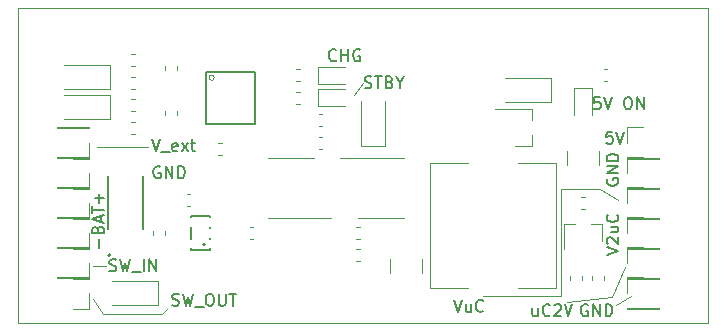
<source format=gbr>
%TF.GenerationSoftware,KiCad,Pcbnew,(5.1.6)-1*%
%TF.CreationDate,2020-12-16T00:39:39+01:00*%
%TF.ProjectId,02_Batt_Alim,30325f42-6174-4745-9f41-6c696d2e6b69,rev?*%
%TF.SameCoordinates,Original*%
%TF.FileFunction,Legend,Top*%
%TF.FilePolarity,Positive*%
%FSLAX46Y46*%
G04 Gerber Fmt 4.6, Leading zero omitted, Abs format (unit mm)*
G04 Created by KiCad (PCBNEW (5.1.6)-1) date 2020-12-16 00:39:39*
%MOMM*%
%LPD*%
G01*
G04 APERTURE LIST*
%ADD10C,0.150000*%
%ADD11C,0.120000*%
%TA.AperFunction,Profile*%
%ADD12C,0.050000*%
%TD*%
%ADD13C,0.127000*%
%ADD14C,0.100000*%
%ADD15C,0.152400*%
%ADD16C,0.200000*%
G04 APERTURE END LIST*
D10*
X148748952Y-62190380D02*
X148272761Y-62190380D01*
X148225142Y-62666571D01*
X148272761Y-62618952D01*
X148368000Y-62571333D01*
X148606095Y-62571333D01*
X148701333Y-62618952D01*
X148748952Y-62666571D01*
X148796571Y-62761809D01*
X148796571Y-62999904D01*
X148748952Y-63095142D01*
X148701333Y-63142761D01*
X148606095Y-63190380D01*
X148368000Y-63190380D01*
X148272761Y-63142761D01*
X148225142Y-63095142D01*
X149082285Y-62190380D02*
X149415619Y-63190380D01*
X149748952Y-62190380D01*
X151034666Y-62190380D02*
X151225142Y-62190380D01*
X151320380Y-62238000D01*
X151415619Y-62333238D01*
X151463238Y-62523714D01*
X151463238Y-62857047D01*
X151415619Y-63047523D01*
X151320380Y-63142761D01*
X151225142Y-63190380D01*
X151034666Y-63190380D01*
X150939428Y-63142761D01*
X150844190Y-63047523D01*
X150796571Y-62857047D01*
X150796571Y-62523714D01*
X150844190Y-62333238D01*
X150939428Y-62238000D01*
X151034666Y-62190380D01*
X151891809Y-63190380D02*
X151891809Y-62190380D01*
X152463238Y-63190380D01*
X152463238Y-62190380D01*
D11*
X128651000Y-60960000D02*
X127889000Y-61976000D01*
D10*
X128833761Y-61364761D02*
X128976619Y-61412380D01*
X129214714Y-61412380D01*
X129309952Y-61364761D01*
X129357571Y-61317142D01*
X129405190Y-61221904D01*
X129405190Y-61126666D01*
X129357571Y-61031428D01*
X129309952Y-60983809D01*
X129214714Y-60936190D01*
X129024238Y-60888571D01*
X128929000Y-60840952D01*
X128881380Y-60793333D01*
X128833761Y-60698095D01*
X128833761Y-60602857D01*
X128881380Y-60507619D01*
X128929000Y-60460000D01*
X129024238Y-60412380D01*
X129262333Y-60412380D01*
X129405190Y-60460000D01*
X129690904Y-60412380D02*
X130262333Y-60412380D01*
X129976619Y-61412380D02*
X129976619Y-60412380D01*
X130929000Y-60888571D02*
X131071857Y-60936190D01*
X131119476Y-60983809D01*
X131167095Y-61079047D01*
X131167095Y-61221904D01*
X131119476Y-61317142D01*
X131071857Y-61364761D01*
X130976619Y-61412380D01*
X130595666Y-61412380D01*
X130595666Y-60412380D01*
X130929000Y-60412380D01*
X131024238Y-60460000D01*
X131071857Y-60507619D01*
X131119476Y-60602857D01*
X131119476Y-60698095D01*
X131071857Y-60793333D01*
X131024238Y-60840952D01*
X130929000Y-60888571D01*
X130595666Y-60888571D01*
X131786142Y-60936190D02*
X131786142Y-61412380D01*
X131452809Y-60412380D02*
X131786142Y-60936190D01*
X132119476Y-60412380D01*
X126412714Y-59031142D02*
X126365095Y-59078761D01*
X126222238Y-59126380D01*
X126127000Y-59126380D01*
X125984142Y-59078761D01*
X125888904Y-58983523D01*
X125841285Y-58888285D01*
X125793666Y-58697809D01*
X125793666Y-58554952D01*
X125841285Y-58364476D01*
X125888904Y-58269238D01*
X125984142Y-58174000D01*
X126127000Y-58126380D01*
X126222238Y-58126380D01*
X126365095Y-58174000D01*
X126412714Y-58221619D01*
X126841285Y-59126380D02*
X126841285Y-58126380D01*
X126841285Y-58602571D02*
X127412714Y-58602571D01*
X127412714Y-59126380D02*
X127412714Y-58126380D01*
X128412714Y-58174000D02*
X128317476Y-58126380D01*
X128174619Y-58126380D01*
X128031761Y-58174000D01*
X127936523Y-58269238D01*
X127888904Y-58364476D01*
X127841285Y-58554952D01*
X127841285Y-58697809D01*
X127888904Y-58888285D01*
X127936523Y-58983523D01*
X128031761Y-59078761D01*
X128174619Y-59126380D01*
X128269857Y-59126380D01*
X128412714Y-59078761D01*
X128460333Y-59031142D01*
X128460333Y-58697809D01*
X128269857Y-58697809D01*
D11*
X149733000Y-79121000D02*
X150876000Y-76581000D01*
X145923000Y-79502000D02*
X149733000Y-79121000D01*
X150114000Y-79756000D02*
X151384000Y-78994000D01*
X148717000Y-69977000D02*
X150241000Y-70866000D01*
X145415000Y-69977000D02*
X148717000Y-69977000D01*
X145415000Y-78994000D02*
X145415000Y-69977000D01*
X138811000Y-78994000D02*
X145415000Y-78994000D01*
X105791000Y-76454000D02*
X106934000Y-76454000D01*
X111633000Y-80518000D02*
X112141000Y-80010000D01*
X106680000Y-80518000D02*
X111633000Y-80518000D01*
X105791000Y-79248000D02*
X106680000Y-80518000D01*
X110490000Y-66421000D02*
X106172000Y-66421000D01*
D10*
X149312380Y-75548904D02*
X150312380Y-75215571D01*
X149312380Y-74882238D01*
X149407619Y-74596523D02*
X149360000Y-74548904D01*
X149312380Y-74453666D01*
X149312380Y-74215571D01*
X149360000Y-74120333D01*
X149407619Y-74072714D01*
X149502857Y-74025095D01*
X149598095Y-74025095D01*
X149740952Y-74072714D01*
X150312380Y-74644142D01*
X150312380Y-74025095D01*
X149645714Y-73167952D02*
X150312380Y-73167952D01*
X149645714Y-73596523D02*
X150169523Y-73596523D01*
X150264761Y-73548904D01*
X150312380Y-73453666D01*
X150312380Y-73310809D01*
X150264761Y-73215571D01*
X150217142Y-73167952D01*
X150217142Y-72120333D02*
X150264761Y-72167952D01*
X150312380Y-72310809D01*
X150312380Y-72406047D01*
X150264761Y-72548904D01*
X150169523Y-72644142D01*
X150074285Y-72691761D01*
X149883809Y-72739380D01*
X149740952Y-72739380D01*
X149550476Y-72691761D01*
X149455238Y-72644142D01*
X149360000Y-72548904D01*
X149312380Y-72406047D01*
X149312380Y-72310809D01*
X149360000Y-72167952D01*
X149407619Y-72120333D01*
X143462523Y-80049714D02*
X143462523Y-80716380D01*
X143033952Y-80049714D02*
X143033952Y-80573523D01*
X143081571Y-80668761D01*
X143176809Y-80716380D01*
X143319666Y-80716380D01*
X143414904Y-80668761D01*
X143462523Y-80621142D01*
X144510142Y-80621142D02*
X144462523Y-80668761D01*
X144319666Y-80716380D01*
X144224428Y-80716380D01*
X144081571Y-80668761D01*
X143986333Y-80573523D01*
X143938714Y-80478285D01*
X143891095Y-80287809D01*
X143891095Y-80144952D01*
X143938714Y-79954476D01*
X143986333Y-79859238D01*
X144081571Y-79764000D01*
X144224428Y-79716380D01*
X144319666Y-79716380D01*
X144462523Y-79764000D01*
X144510142Y-79811619D01*
X144891095Y-79811619D02*
X144938714Y-79764000D01*
X145033952Y-79716380D01*
X145272047Y-79716380D01*
X145367285Y-79764000D01*
X145414904Y-79811619D01*
X145462523Y-79906857D01*
X145462523Y-80002095D01*
X145414904Y-80144952D01*
X144843476Y-80716380D01*
X145462523Y-80716380D01*
X145748238Y-79716380D02*
X146081571Y-80716380D01*
X146414904Y-79716380D01*
X147701095Y-79764000D02*
X147605857Y-79716380D01*
X147463000Y-79716380D01*
X147320142Y-79764000D01*
X147224904Y-79859238D01*
X147177285Y-79954476D01*
X147129666Y-80144952D01*
X147129666Y-80287809D01*
X147177285Y-80478285D01*
X147224904Y-80573523D01*
X147320142Y-80668761D01*
X147463000Y-80716380D01*
X147558238Y-80716380D01*
X147701095Y-80668761D01*
X147748714Y-80621142D01*
X147748714Y-80287809D01*
X147558238Y-80287809D01*
X148177285Y-80716380D02*
X148177285Y-79716380D01*
X148748714Y-80716380D01*
X148748714Y-79716380D01*
X149224904Y-80716380D02*
X149224904Y-79716380D01*
X149463000Y-79716380D01*
X149605857Y-79764000D01*
X149701095Y-79859238D01*
X149748714Y-79954476D01*
X149796333Y-80144952D01*
X149796333Y-80287809D01*
X149748714Y-80478285D01*
X149701095Y-80573523D01*
X149605857Y-80668761D01*
X149463000Y-80716380D01*
X149224904Y-80716380D01*
X136382285Y-79335380D02*
X136715619Y-80335380D01*
X137048952Y-79335380D01*
X137810857Y-79668714D02*
X137810857Y-80335380D01*
X137382285Y-79668714D02*
X137382285Y-80192523D01*
X137429904Y-80287761D01*
X137525142Y-80335380D01*
X137668000Y-80335380D01*
X137763238Y-80287761D01*
X137810857Y-80240142D01*
X138858476Y-80240142D02*
X138810857Y-80287761D01*
X138668000Y-80335380D01*
X138572761Y-80335380D01*
X138429904Y-80287761D01*
X138334666Y-80192523D01*
X138287047Y-80097285D01*
X138239428Y-79906809D01*
X138239428Y-79763952D01*
X138287047Y-79573476D01*
X138334666Y-79478238D01*
X138429904Y-79383000D01*
X138572761Y-79335380D01*
X138668000Y-79335380D01*
X138810857Y-79383000D01*
X138858476Y-79430619D01*
X149360000Y-69087904D02*
X149312380Y-69183142D01*
X149312380Y-69326000D01*
X149360000Y-69468857D01*
X149455238Y-69564095D01*
X149550476Y-69611714D01*
X149740952Y-69659333D01*
X149883809Y-69659333D01*
X150074285Y-69611714D01*
X150169523Y-69564095D01*
X150264761Y-69468857D01*
X150312380Y-69326000D01*
X150312380Y-69230761D01*
X150264761Y-69087904D01*
X150217142Y-69040285D01*
X149883809Y-69040285D01*
X149883809Y-69230761D01*
X150312380Y-68611714D02*
X149312380Y-68611714D01*
X150312380Y-68040285D01*
X149312380Y-68040285D01*
X150312380Y-67564095D02*
X149312380Y-67564095D01*
X149312380Y-67326000D01*
X149360000Y-67183142D01*
X149455238Y-67087904D01*
X149550476Y-67040285D01*
X149740952Y-66992666D01*
X149883809Y-66992666D01*
X150074285Y-67040285D01*
X150169523Y-67087904D01*
X150264761Y-67183142D01*
X150312380Y-67326000D01*
X150312380Y-67564095D01*
X149796523Y-65111380D02*
X149320333Y-65111380D01*
X149272714Y-65587571D01*
X149320333Y-65539952D01*
X149415571Y-65492333D01*
X149653666Y-65492333D01*
X149748904Y-65539952D01*
X149796523Y-65587571D01*
X149844142Y-65682809D01*
X149844142Y-65920904D01*
X149796523Y-66016142D01*
X149748904Y-66063761D01*
X149653666Y-66111380D01*
X149415571Y-66111380D01*
X149320333Y-66063761D01*
X149272714Y-66016142D01*
X150129857Y-65111380D02*
X150463190Y-66111380D01*
X150796523Y-65111380D01*
X112522333Y-79779761D02*
X112665190Y-79827380D01*
X112903285Y-79827380D01*
X112998523Y-79779761D01*
X113046142Y-79732142D01*
X113093761Y-79636904D01*
X113093761Y-79541666D01*
X113046142Y-79446428D01*
X112998523Y-79398809D01*
X112903285Y-79351190D01*
X112712809Y-79303571D01*
X112617571Y-79255952D01*
X112569952Y-79208333D01*
X112522333Y-79113095D01*
X112522333Y-79017857D01*
X112569952Y-78922619D01*
X112617571Y-78875000D01*
X112712809Y-78827380D01*
X112950904Y-78827380D01*
X113093761Y-78875000D01*
X113427095Y-78827380D02*
X113665190Y-79827380D01*
X113855666Y-79113095D01*
X114046142Y-79827380D01*
X114284238Y-78827380D01*
X114427095Y-79922619D02*
X115189000Y-79922619D01*
X115617571Y-78827380D02*
X115808047Y-78827380D01*
X115903285Y-78875000D01*
X115998523Y-78970238D01*
X116046142Y-79160714D01*
X116046142Y-79494047D01*
X115998523Y-79684523D01*
X115903285Y-79779761D01*
X115808047Y-79827380D01*
X115617571Y-79827380D01*
X115522333Y-79779761D01*
X115427095Y-79684523D01*
X115379476Y-79494047D01*
X115379476Y-79160714D01*
X115427095Y-78970238D01*
X115522333Y-78875000D01*
X115617571Y-78827380D01*
X116474714Y-78827380D02*
X116474714Y-79636904D01*
X116522333Y-79732142D01*
X116569952Y-79779761D01*
X116665190Y-79827380D01*
X116855666Y-79827380D01*
X116950904Y-79779761D01*
X116998523Y-79732142D01*
X117046142Y-79636904D01*
X117046142Y-78827380D01*
X117379476Y-78827380D02*
X117950904Y-78827380D01*
X117665190Y-79827380D02*
X117665190Y-78827380D01*
X107220000Y-76858761D02*
X107362857Y-76906380D01*
X107600952Y-76906380D01*
X107696190Y-76858761D01*
X107743809Y-76811142D01*
X107791428Y-76715904D01*
X107791428Y-76620666D01*
X107743809Y-76525428D01*
X107696190Y-76477809D01*
X107600952Y-76430190D01*
X107410476Y-76382571D01*
X107315238Y-76334952D01*
X107267619Y-76287333D01*
X107220000Y-76192095D01*
X107220000Y-76096857D01*
X107267619Y-76001619D01*
X107315238Y-75954000D01*
X107410476Y-75906380D01*
X107648571Y-75906380D01*
X107791428Y-75954000D01*
X108124761Y-75906380D02*
X108362857Y-76906380D01*
X108553333Y-76192095D01*
X108743809Y-76906380D01*
X108981904Y-75906380D01*
X109124761Y-77001619D02*
X109886666Y-77001619D01*
X110124761Y-76906380D02*
X110124761Y-75906380D01*
X110600952Y-76906380D02*
X110600952Y-75906380D01*
X111172380Y-76906380D01*
X111172380Y-75906380D01*
X106370428Y-74953523D02*
X106370428Y-74191619D01*
X106227571Y-73382095D02*
X106275190Y-73239238D01*
X106322809Y-73191619D01*
X106418047Y-73144000D01*
X106560904Y-73144000D01*
X106656142Y-73191619D01*
X106703761Y-73239238D01*
X106751380Y-73334476D01*
X106751380Y-73715428D01*
X105751380Y-73715428D01*
X105751380Y-73382095D01*
X105799000Y-73286857D01*
X105846619Y-73239238D01*
X105941857Y-73191619D01*
X106037095Y-73191619D01*
X106132333Y-73239238D01*
X106179952Y-73286857D01*
X106227571Y-73382095D01*
X106227571Y-73715428D01*
X106465666Y-72763047D02*
X106465666Y-72286857D01*
X106751380Y-72858285D02*
X105751380Y-72524952D01*
X106751380Y-72191619D01*
X105751380Y-72001142D02*
X105751380Y-71429714D01*
X106751380Y-71715428D02*
X105751380Y-71715428D01*
X106370428Y-71096380D02*
X106370428Y-70334476D01*
X106751380Y-70715428D02*
X105989476Y-70715428D01*
X111506095Y-68080000D02*
X111410857Y-68032380D01*
X111268000Y-68032380D01*
X111125142Y-68080000D01*
X111029904Y-68175238D01*
X110982285Y-68270476D01*
X110934666Y-68460952D01*
X110934666Y-68603809D01*
X110982285Y-68794285D01*
X111029904Y-68889523D01*
X111125142Y-68984761D01*
X111268000Y-69032380D01*
X111363238Y-69032380D01*
X111506095Y-68984761D01*
X111553714Y-68937142D01*
X111553714Y-68603809D01*
X111363238Y-68603809D01*
X111982285Y-69032380D02*
X111982285Y-68032380D01*
X112553714Y-69032380D01*
X112553714Y-68032380D01*
X113029904Y-69032380D02*
X113029904Y-68032380D01*
X113268000Y-68032380D01*
X113410857Y-68080000D01*
X113506095Y-68175238D01*
X113553714Y-68270476D01*
X113601333Y-68460952D01*
X113601333Y-68603809D01*
X113553714Y-68794285D01*
X113506095Y-68889523D01*
X113410857Y-68984761D01*
X113268000Y-69032380D01*
X113029904Y-69032380D01*
X110815666Y-65746380D02*
X111149000Y-66746380D01*
X111482333Y-65746380D01*
X111577571Y-66841619D02*
X112339476Y-66841619D01*
X112958523Y-66698761D02*
X112863285Y-66746380D01*
X112672809Y-66746380D01*
X112577571Y-66698761D01*
X112529952Y-66603523D01*
X112529952Y-66222571D01*
X112577571Y-66127333D01*
X112672809Y-66079714D01*
X112863285Y-66079714D01*
X112958523Y-66127333D01*
X113006142Y-66222571D01*
X113006142Y-66317809D01*
X112529952Y-66413047D01*
X113339476Y-66746380D02*
X113863285Y-66079714D01*
X113339476Y-66079714D02*
X113863285Y-66746380D01*
X114101380Y-66079714D02*
X114482333Y-66079714D01*
X114244238Y-65746380D02*
X114244238Y-66603523D01*
X114291857Y-66698761D01*
X114387095Y-66746380D01*
X114482333Y-66746380D01*
D12*
X99441000Y-54610000D02*
X99441000Y-81280000D01*
X157861000Y-54610000D02*
X99441000Y-54610000D01*
X157861000Y-81280000D02*
X157861000Y-54610000D01*
X99441000Y-81280000D02*
X157861000Y-81280000D01*
D11*
%TO.C,J8*%
X151070000Y-77410000D02*
X152400000Y-77410000D01*
X151070000Y-78740000D02*
X151070000Y-77410000D01*
X151070000Y-80010000D02*
X153730000Y-80010000D01*
X153730000Y-80010000D02*
X153730000Y-80070000D01*
X151070000Y-80010000D02*
X151070000Y-80070000D01*
X151070000Y-80070000D02*
X153730000Y-80070000D01*
%TO.C,J11*%
X105470000Y-80070000D02*
X104140000Y-80070000D01*
X105470000Y-78740000D02*
X105470000Y-80070000D01*
X105470000Y-77470000D02*
X102810000Y-77470000D01*
X102810000Y-77470000D02*
X102810000Y-77410000D01*
X105470000Y-77470000D02*
X105470000Y-77410000D01*
X105470000Y-77410000D02*
X102810000Y-77410000D01*
%TO.C,R17*%
X119090221Y-74170000D02*
X119415779Y-74170000D01*
X119090221Y-73150000D02*
X119415779Y-73150000D01*
%TO.C,C1*%
X112905000Y-63662779D02*
X112905000Y-63337221D01*
X111885000Y-63662779D02*
X111885000Y-63337221D01*
%TO.C,C2*%
X116423221Y-67058000D02*
X116748779Y-67058000D01*
X116423221Y-66038000D02*
X116748779Y-66038000D01*
%TO.C,C3*%
X145960000Y-66707936D02*
X145960000Y-67912064D01*
X148680000Y-66707936D02*
X148680000Y-67912064D01*
%TO.C,C4*%
X133694000Y-77056064D02*
X133694000Y-75851936D01*
X130974000Y-77056064D02*
X130974000Y-75851936D01*
%TO.C,C5*%
X110869000Y-73497221D02*
X110869000Y-73822779D01*
X111889000Y-73497221D02*
X111889000Y-73822779D01*
%TO.C,D2*%
X124880000Y-61060000D02*
X127165000Y-61060000D01*
X124880000Y-59590000D02*
X124880000Y-61060000D01*
X127165000Y-59590000D02*
X124880000Y-59590000D01*
%TO.C,D3*%
X124880000Y-62965000D02*
X127165000Y-62965000D01*
X124880000Y-61495000D02*
X124880000Y-62965000D01*
X127165000Y-61495000D02*
X124880000Y-61495000D01*
%TO.C,D6*%
X146585000Y-61380000D02*
X146585000Y-63665000D01*
X148055000Y-61380000D02*
X146585000Y-61380000D01*
X148055000Y-63665000D02*
X148055000Y-61380000D01*
D13*
%TO.C,IC1*%
X115375000Y-60030000D02*
X115375000Y-64430000D01*
X115375000Y-64430000D02*
X119575000Y-64430000D01*
X119575000Y-64430000D02*
X119575000Y-60030000D01*
X119575000Y-60030000D02*
X115375000Y-60030000D01*
D14*
X116098606Y-60530000D02*
G75*
G03*
X116098606Y-60530000I-223606J0D01*
G01*
D15*
%TO.C,IC2*%
X114125000Y-72238000D02*
X115745000Y-72238000D01*
X115745000Y-75082000D02*
X114125000Y-75082000D01*
X114125000Y-74182000D02*
X114125000Y-73138000D01*
X115745000Y-74088000D02*
X115745000Y-74182000D01*
X115745000Y-73138000D02*
X115745000Y-73232000D01*
X115745000Y-74988000D02*
X115745000Y-75082000D01*
X115745000Y-72238000D02*
X115745000Y-72332000D01*
X114125000Y-72332000D02*
X114125000Y-72238000D01*
X114125000Y-75082000D02*
X114125000Y-74988000D01*
D13*
X115335000Y-74660000D02*
G75*
G03*
X115335000Y-74660000I-100000J0D01*
G01*
D11*
%TO.C,J1*%
X105470000Y-67370000D02*
X104140000Y-67370000D01*
X105470000Y-66040000D02*
X105470000Y-67370000D01*
X105470000Y-64770000D02*
X102810000Y-64770000D01*
X102810000Y-64770000D02*
X102810000Y-64710000D01*
X105470000Y-64770000D02*
X105470000Y-64710000D01*
X105470000Y-64710000D02*
X102810000Y-64710000D01*
%TO.C,J2*%
X105470000Y-69910000D02*
X104140000Y-69910000D01*
X105470000Y-68580000D02*
X105470000Y-69910000D01*
X105470000Y-67310000D02*
X102810000Y-67310000D01*
X102810000Y-67310000D02*
X102810000Y-67250000D01*
X105470000Y-67310000D02*
X105470000Y-67250000D01*
X105470000Y-67250000D02*
X102810000Y-67250000D01*
%TO.C,J3*%
X151070000Y-64710000D02*
X152400000Y-64710000D01*
X151070000Y-66040000D02*
X151070000Y-64710000D01*
X151070000Y-67310000D02*
X153730000Y-67310000D01*
X153730000Y-67310000D02*
X153730000Y-67370000D01*
X151070000Y-67310000D02*
X151070000Y-67370000D01*
X151070000Y-67370000D02*
X153730000Y-67370000D01*
%TO.C,J4*%
X151070000Y-67250000D02*
X152400000Y-67250000D01*
X151070000Y-68580000D02*
X151070000Y-67250000D01*
X151070000Y-69850000D02*
X153730000Y-69850000D01*
X153730000Y-69850000D02*
X153730000Y-69910000D01*
X151070000Y-69850000D02*
X151070000Y-69910000D01*
X151070000Y-69910000D02*
X153730000Y-69910000D01*
%TO.C,J5*%
X151070000Y-69790000D02*
X152400000Y-69790000D01*
X151070000Y-71120000D02*
X151070000Y-69790000D01*
X151070000Y-72390000D02*
X153730000Y-72390000D01*
X153730000Y-72390000D02*
X153730000Y-72450000D01*
X151070000Y-72390000D02*
X151070000Y-72450000D01*
X151070000Y-72450000D02*
X153730000Y-72450000D01*
%TO.C,J6*%
X151070000Y-72330000D02*
X152400000Y-72330000D01*
X151070000Y-73660000D02*
X151070000Y-72330000D01*
X151070000Y-74930000D02*
X153730000Y-74930000D01*
X153730000Y-74930000D02*
X153730000Y-74990000D01*
X151070000Y-74930000D02*
X151070000Y-74990000D01*
X151070000Y-74990000D02*
X153730000Y-74990000D01*
%TO.C,J7*%
X151070000Y-74870000D02*
X152400000Y-74870000D01*
X151070000Y-76200000D02*
X151070000Y-74870000D01*
X151070000Y-77470000D02*
X153730000Y-77470000D01*
X153730000Y-77470000D02*
X153730000Y-77530000D01*
X151070000Y-77470000D02*
X151070000Y-77530000D01*
X151070000Y-77530000D02*
X153730000Y-77530000D01*
%TO.C,J9*%
X105470000Y-72450000D02*
X104140000Y-72450000D01*
X105470000Y-71120000D02*
X105470000Y-72450000D01*
X105470000Y-69850000D02*
X102810000Y-69850000D01*
X102810000Y-69850000D02*
X102810000Y-69790000D01*
X105470000Y-69850000D02*
X105470000Y-69790000D01*
X105470000Y-69790000D02*
X102810000Y-69790000D01*
%TO.C,J10*%
X105470000Y-74990000D02*
X104140000Y-74990000D01*
X105470000Y-73660000D02*
X105470000Y-74990000D01*
X105470000Y-72390000D02*
X102810000Y-72390000D01*
X102810000Y-72390000D02*
X102810000Y-72330000D01*
X105470000Y-72390000D02*
X105470000Y-72330000D01*
X105470000Y-72330000D02*
X102810000Y-72330000D01*
%TO.C,J12*%
X105470000Y-77530000D02*
X104140000Y-77530000D01*
X105470000Y-76200000D02*
X105470000Y-77530000D01*
X105470000Y-74930000D02*
X102810000Y-74930000D01*
X102810000Y-74930000D02*
X102810000Y-74870000D01*
X105470000Y-74930000D02*
X105470000Y-74870000D01*
X105470000Y-74870000D02*
X102810000Y-74870000D01*
%TO.C,L1*%
X145000000Y-78325000D02*
X141800000Y-78325000D01*
X145000000Y-67725000D02*
X145000000Y-78325000D01*
X141800000Y-67725000D02*
X145000000Y-67725000D01*
X134400000Y-67725000D02*
X137600000Y-67725000D01*
X134400000Y-78325000D02*
X134400000Y-67725000D01*
X137600000Y-78325000D02*
X134400000Y-78325000D01*
%TO.C,Q1*%
X130175000Y-67290000D02*
X126725000Y-67290000D01*
X130175000Y-67290000D02*
X132125000Y-67290000D01*
X130175000Y-72410000D02*
X128225000Y-72410000D01*
X130175000Y-72410000D02*
X132125000Y-72410000D01*
%TO.C,Q2*%
X148900000Y-72900000D02*
X148900000Y-74360000D01*
X145740000Y-72900000D02*
X145740000Y-75060000D01*
X145740000Y-72900000D02*
X146670000Y-72900000D01*
X148900000Y-72900000D02*
X147970000Y-72900000D01*
%TO.C,Q3*%
X122555000Y-72410000D02*
X126005000Y-72410000D01*
X122555000Y-72410000D02*
X120605000Y-72410000D01*
X122555000Y-67290000D02*
X124505000Y-67290000D01*
X122555000Y-67290000D02*
X120605000Y-67290000D01*
D13*
%TO.C,Q4*%
X110100000Y-73370000D02*
X110100000Y-68870000D01*
X107070000Y-73370000D02*
X107070000Y-68870000D01*
D16*
X107310000Y-75560000D02*
G75*
G03*
X107310000Y-75560000I-100000J0D01*
G01*
D11*
%TO.C,R1*%
X147482779Y-70610000D02*
X147157221Y-70610000D01*
X147482779Y-71630000D02*
X147157221Y-71630000D01*
%TO.C,R2*%
X146175000Y-77307221D02*
X146175000Y-77632779D01*
X147195000Y-77307221D02*
X147195000Y-77632779D01*
%TO.C,R3*%
X128107221Y-76075000D02*
X128432779Y-76075000D01*
X128107221Y-75055000D02*
X128432779Y-75055000D01*
%TO.C,R4*%
X128432779Y-73150000D02*
X128107221Y-73150000D01*
X128432779Y-74170000D02*
X128107221Y-74170000D01*
%TO.C,R5*%
X149100000Y-77632779D02*
X149100000Y-77307221D01*
X148080000Y-77632779D02*
X148080000Y-77307221D01*
%TO.C,R6*%
X123352779Y-59815000D02*
X123027221Y-59815000D01*
X123352779Y-60835000D02*
X123027221Y-60835000D01*
%TO.C,R7*%
X112905000Y-59852779D02*
X112905000Y-59527221D01*
X111885000Y-59852779D02*
X111885000Y-59527221D01*
%TO.C,R8*%
X123352779Y-61720000D02*
X123027221Y-61720000D01*
X123352779Y-62740000D02*
X123027221Y-62740000D01*
%TO.C,R9*%
X109382779Y-58545000D02*
X109057221Y-58545000D01*
X109382779Y-59565000D02*
X109057221Y-59565000D01*
%TO.C,R10*%
X109382779Y-60450000D02*
X109057221Y-60450000D01*
X109382779Y-61470000D02*
X109057221Y-61470000D01*
%TO.C,R11*%
X125257779Y-65530000D02*
X124932221Y-65530000D01*
X125257779Y-66550000D02*
X124932221Y-66550000D01*
%TO.C,R12*%
X109382779Y-62355000D02*
X109057221Y-62355000D01*
X109382779Y-63375000D02*
X109057221Y-63375000D01*
%TO.C,R13*%
X125257779Y-63625000D02*
X124932221Y-63625000D01*
X125257779Y-64645000D02*
X124932221Y-64645000D01*
%TO.C,R14*%
X109382779Y-64260000D02*
X109057221Y-64260000D01*
X109382779Y-65280000D02*
X109057221Y-65280000D01*
%TO.C,R15*%
X149062221Y-60835000D02*
X149387779Y-60835000D01*
X149062221Y-59815000D02*
X149387779Y-59815000D01*
%TO.C,R16*%
X113756221Y-71376000D02*
X114081779Y-71376000D01*
X113756221Y-70356000D02*
X114081779Y-70356000D01*
%TO.C,U1*%
X143000000Y-66350000D02*
X141540000Y-66350000D01*
X143000000Y-63190000D02*
X139840000Y-63190000D01*
X143000000Y-63190000D02*
X143000000Y-64120000D01*
X143000000Y-66350000D02*
X143000000Y-65420000D01*
%TO.C,D1*%
X111290000Y-79740000D02*
X111290000Y-77740000D01*
X111290000Y-77740000D02*
X107440000Y-77740000D01*
X111290000Y-79740000D02*
X107440000Y-79740000D01*
%TO.C,D4*%
X128540000Y-66332000D02*
X128540000Y-62482000D01*
X130540000Y-66332000D02*
X130540000Y-62482000D01*
X128540000Y-66332000D02*
X130540000Y-66332000D01*
%TO.C,D5*%
X144567000Y-62595000D02*
X140717000Y-62595000D01*
X144567000Y-60595000D02*
X140717000Y-60595000D01*
X144567000Y-62595000D02*
X144567000Y-60595000D01*
%TO.C,D7*%
X107229000Y-61452000D02*
X107229000Y-59452000D01*
X107229000Y-59452000D02*
X103379000Y-59452000D01*
X107229000Y-61452000D02*
X103379000Y-61452000D01*
%TO.C,D8*%
X107229000Y-63992000D02*
X103379000Y-63992000D01*
X107229000Y-61992000D02*
X103379000Y-61992000D01*
X107229000Y-63992000D02*
X107229000Y-61992000D01*
%TD*%
M02*

</source>
